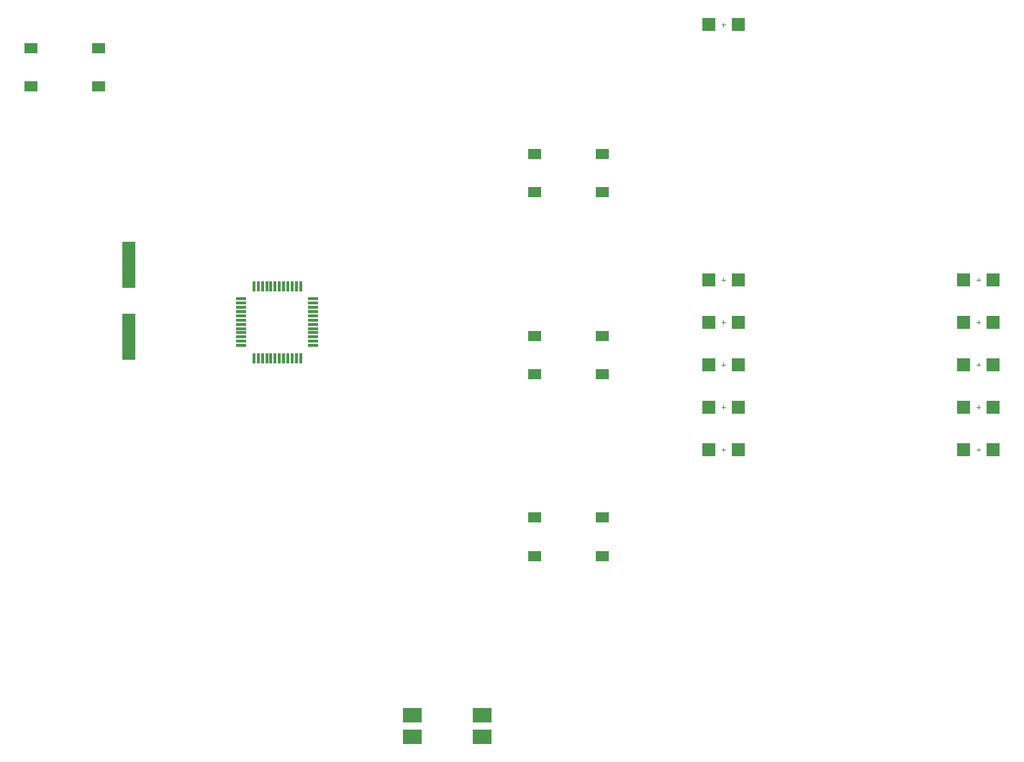
<source format=gtp>
G04*
G04 #@! TF.GenerationSoftware,Altium Limited,Altium Designer,21.8.1 (53)*
G04*
G04 Layer_Color=8421504*
%FSLAX43Y43*%
%MOMM*%
G71*
G04*
G04 #@! TF.SameCoordinates,254FD313-6811-457E-9EF1-8F19C8A8C8A9*
G04*
G04*
G04 #@! TF.FilePolarity,Positive*
G04*
G01*
G75*
%ADD14C,0.100*%
%ADD16R,0.300X1.200*%
%ADD17R,1.200X0.300*%
%ADD18R,1.550X1.300*%
%ADD19R,1.500X1.500*%
%ADD20R,1.500X5.500*%
%ADD21R,2.200X1.700*%
D14*
X120000Y57300D02*
Y57700D01*
X119800Y57500D02*
X120200D01*
X120000Y52300D02*
Y52700D01*
X119800Y52500D02*
X120200D01*
X120000Y47300D02*
Y47700D01*
X119800Y47500D02*
X120200D01*
X120000Y42300D02*
Y42700D01*
X119800Y42500D02*
X120200D01*
X90000Y92300D02*
Y92700D01*
X89800Y92500D02*
X90200D01*
X90000Y62300D02*
Y62700D01*
X89800Y62500D02*
X90200D01*
X90000Y42300D02*
Y42700D01*
X89800Y42500D02*
X90200D01*
X90000Y57300D02*
Y57700D01*
X89800Y57500D02*
X90200D01*
X90000Y52300D02*
Y52700D01*
X89800Y52500D02*
X90200D01*
X90000Y47300D02*
Y47700D01*
X89800Y47500D02*
X90200D01*
X120000Y62300D02*
Y62700D01*
X119800Y62500D02*
X120200D01*
D16*
X34750Y61750D02*
D03*
X35250D02*
D03*
X35750D02*
D03*
X36250D02*
D03*
X36750D02*
D03*
X37250D02*
D03*
X37750D02*
D03*
X38250D02*
D03*
X38750D02*
D03*
X39250D02*
D03*
X39750D02*
D03*
X40250D02*
D03*
Y53250D02*
D03*
X39750D02*
D03*
X39250D02*
D03*
X38750D02*
D03*
X38250D02*
D03*
X37750D02*
D03*
X37250D02*
D03*
X36750D02*
D03*
X36250D02*
D03*
X35750D02*
D03*
X35250D02*
D03*
X34750D02*
D03*
D17*
X41750Y60250D02*
D03*
Y59750D02*
D03*
Y59250D02*
D03*
Y58750D02*
D03*
Y58250D02*
D03*
Y57750D02*
D03*
Y57250D02*
D03*
Y56750D02*
D03*
Y56250D02*
D03*
Y55750D02*
D03*
Y55250D02*
D03*
Y54750D02*
D03*
X33250D02*
D03*
Y55250D02*
D03*
Y55750D02*
D03*
Y56250D02*
D03*
Y56750D02*
D03*
Y57250D02*
D03*
Y57750D02*
D03*
Y58250D02*
D03*
Y58750D02*
D03*
Y59250D02*
D03*
Y59750D02*
D03*
Y60250D02*
D03*
D18*
X67805Y77282D02*
D03*
Y72782D02*
D03*
X75755Y77282D02*
D03*
Y72782D02*
D03*
Y51391D02*
D03*
Y55891D02*
D03*
X67805Y51391D02*
D03*
Y55891D02*
D03*
X75755Y30000D02*
D03*
Y34500D02*
D03*
X67805Y30000D02*
D03*
Y34500D02*
D03*
X8525Y89750D02*
D03*
Y85250D02*
D03*
X16475Y89750D02*
D03*
Y85250D02*
D03*
D19*
X118250Y57500D02*
D03*
X121750D02*
D03*
X118250Y52500D02*
D03*
X121750D02*
D03*
X118250Y47500D02*
D03*
X121750D02*
D03*
X118250Y42500D02*
D03*
X121750D02*
D03*
X88250Y92500D02*
D03*
X91750D02*
D03*
X88250Y62500D02*
D03*
X91750D02*
D03*
X88250Y42500D02*
D03*
X91750D02*
D03*
X88250Y57500D02*
D03*
X91750D02*
D03*
X88250Y52500D02*
D03*
X91750D02*
D03*
X88250Y47500D02*
D03*
X91750D02*
D03*
X118250Y62500D02*
D03*
X121750D02*
D03*
D20*
X20000Y55750D02*
D03*
Y64250D02*
D03*
D21*
X53400Y8730D02*
D03*
Y11270D02*
D03*
X61600D02*
D03*
Y8730D02*
D03*
M02*

</source>
